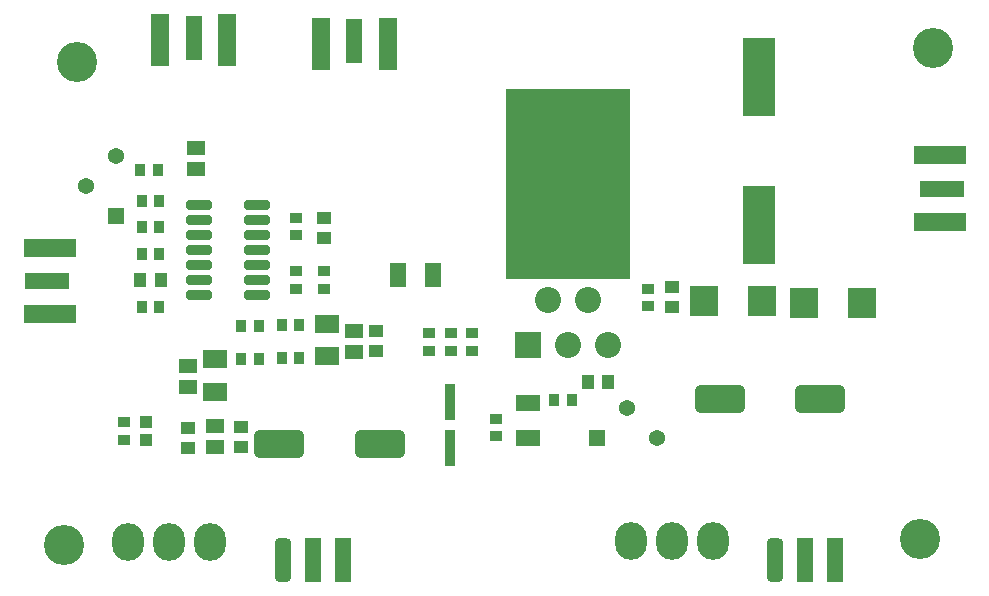
<source format=gts>
G04*
G04 #@! TF.GenerationSoftware,Altium Limited,Altium Designer,21.6.1 (37)*
G04*
G04 Layer_Color=8388736*
%FSLAX44Y44*%
%MOMM*%
G71*
G04*
G04 #@! TF.SameCoordinates,4932F9C6-11AC-4B27-AC6D-AAE507F42B56*
G04*
G04*
G04 #@! TF.FilePolarity,Negative*
G04*
G01*
G75*
G04:AMPARAMS|DCode=41|XSize=1.4mm|YSize=3.7mm|CornerRadius=0.4mm|HoleSize=0mm|Usage=FLASHONLY|Rotation=0.000|XOffset=0mm|YOffset=0mm|HoleType=Round|Shape=RoundedRectangle|*
%AMROUNDEDRECTD41*
21,1,1.4000,2.9000,0,0,0.0*
21,1,0.6000,3.7000,0,0,0.0*
1,1,0.8000,0.3000,-1.4500*
1,1,0.8000,-0.3000,-1.4500*
1,1,0.8000,-0.3000,1.4500*
1,1,0.8000,0.3000,1.4500*
%
%ADD41ROUNDEDRECTD41*%
%ADD42R,1.4000X3.7000*%
%ADD43R,1.5800X1.2500*%
G04:AMPARAMS|DCode=44|XSize=4.19mm|YSize=2.32mm|CornerRadius=0.365mm|HoleSize=0mm|Usage=FLASHONLY|Rotation=0.000|XOffset=0mm|YOffset=0mm|HoleType=Round|Shape=RoundedRectangle|*
%AMROUNDEDRECTD44*
21,1,4.1900,1.5900,0,0,0.0*
21,1,3.4600,2.3200,0,0,0.0*
1,1,0.7300,1.7300,-0.7950*
1,1,0.7300,-1.7300,-0.7950*
1,1,0.7300,-1.7300,0.7950*
1,1,0.7300,1.7300,0.7950*
%
%ADD44ROUNDEDRECTD44*%
%ADD45R,4.4000X1.5500*%
%ADD46R,3.8000X1.4700*%
%ADD47R,0.9620X3.0702*%
%ADD48R,2.7000X6.7000*%
%ADD49R,1.0000X1.2000*%
%ADD50R,1.1000X0.9000*%
%ADD51R,2.4000X2.5000*%
%ADD52R,10.6000X16.1900*%
%ADD53R,1.3500X2.0200*%
%ADD54R,0.9000X1.1000*%
%ADD55R,2.0200X1.3500*%
%ADD56R,1.2000X1.0000*%
%ADD57R,1.4700X3.8000*%
%ADD58R,1.5500X4.4000*%
G04:AMPARAMS|DCode=59|XSize=2.15mm|YSize=0.79mm|CornerRadius=0.1737mm|HoleSize=0mm|Usage=FLASHONLY|Rotation=0.000|XOffset=0mm|YOffset=0mm|HoleType=Round|Shape=RoundedRectangle|*
%AMROUNDEDRECTD59*
21,1,2.1500,0.4425,0,0,0.0*
21,1,1.8025,0.7900,0,0,0.0*
1,1,0.3475,0.9012,-0.2213*
1,1,0.3475,-0.9012,-0.2213*
1,1,0.3475,-0.9012,0.2213*
1,1,0.3475,0.9012,0.2213*
%
%ADD59ROUNDEDRECTD59*%
%ADD60R,2.0200X1.5800*%
%ADD61R,1.0000X1.0000*%
%ADD62C,3.4000*%
%ADD63O,2.7000X3.2000*%
%ADD64R,2.2100X2.2100*%
%ADD65C,2.2100*%
%ADD66C,5.0660*%
%ADD67R,1.3680X1.3680*%
%ADD68C,1.3680*%
%ADD69R,1.3680X1.3680*%
D41*
X739000Y-86000D02*
D03*
X322600D02*
D03*
D42*
X789800D02*
D03*
X764400D02*
D03*
X373400D02*
D03*
X348000D02*
D03*
D43*
X265000Y26880D02*
D03*
Y9120D02*
D03*
X242000Y60120D02*
D03*
Y77880D02*
D03*
X383000Y90120D02*
D03*
Y107880D02*
D03*
X249000Y262880D02*
D03*
Y245120D02*
D03*
D44*
X319600Y12000D02*
D03*
X404400D02*
D03*
X692600Y50000D02*
D03*
X777400D02*
D03*
D45*
X879000Y256500D02*
D03*
Y200000D02*
D03*
X125000Y178250D02*
D03*
Y121750D02*
D03*
D46*
X881000Y228250D02*
D03*
X123000Y150000D02*
D03*
D47*
X464000Y47812D02*
D03*
Y8188D02*
D03*
D48*
X726000Y197500D02*
D03*
Y322500D02*
D03*
D49*
X580500Y64000D02*
D03*
X597500D02*
D03*
X219000Y151000D02*
D03*
X202000D02*
D03*
D50*
X483000Y105500D02*
D03*
Y90500D02*
D03*
X446000Y105500D02*
D03*
Y90500D02*
D03*
X632000Y128500D02*
D03*
Y143500D02*
D03*
X465000Y90500D02*
D03*
Y105500D02*
D03*
X503000Y18500D02*
D03*
Y33500D02*
D03*
X334000Y188500D02*
D03*
Y203500D02*
D03*
Y143500D02*
D03*
Y158500D02*
D03*
X357000Y158500D02*
D03*
Y143500D02*
D03*
X188000Y15500D02*
D03*
Y30500D02*
D03*
D51*
X679500Y133000D02*
D03*
X728500D02*
D03*
X763500Y131000D02*
D03*
X812500D02*
D03*
D52*
X564000Y232000D02*
D03*
D53*
X449850Y155000D02*
D03*
X420150D02*
D03*
D54*
X552500Y49000D02*
D03*
X567500D02*
D03*
X201500Y244000D02*
D03*
X216500D02*
D03*
X218000Y128000D02*
D03*
X203000D02*
D03*
Y173000D02*
D03*
X218000D02*
D03*
X203000Y218000D02*
D03*
X218000D02*
D03*
X321500Y113000D02*
D03*
X336500D02*
D03*
X336500Y85000D02*
D03*
X321500D02*
D03*
X302500Y112000D02*
D03*
X287500D02*
D03*
X302500Y84000D02*
D03*
X287500D02*
D03*
X218000Y195500D02*
D03*
X203000D02*
D03*
D55*
X530000Y46850D02*
D03*
Y17150D02*
D03*
D56*
X652000Y144500D02*
D03*
Y127500D02*
D03*
X357000Y203500D02*
D03*
Y186500D02*
D03*
X287000Y9500D02*
D03*
Y26500D02*
D03*
X242000Y8500D02*
D03*
Y25500D02*
D03*
X401000Y107500D02*
D03*
Y90500D02*
D03*
D57*
X383000Y353000D02*
D03*
X247000Y356000D02*
D03*
D58*
X411250Y351000D02*
D03*
X354750D02*
D03*
X275250Y354000D02*
D03*
X218750D02*
D03*
D59*
X251200Y214100D02*
D03*
Y201400D02*
D03*
Y188700D02*
D03*
Y176000D02*
D03*
Y163300D02*
D03*
Y150600D02*
D03*
Y137900D02*
D03*
X300800D02*
D03*
Y150600D02*
D03*
Y163300D02*
D03*
Y176000D02*
D03*
Y188700D02*
D03*
Y201400D02*
D03*
Y214100D02*
D03*
D60*
X265000Y56310D02*
D03*
Y83690D02*
D03*
X360000Y86310D02*
D03*
Y113690D02*
D03*
D61*
X207000Y30500D02*
D03*
Y15500D02*
D03*
D62*
X873000Y347500D02*
D03*
X862000Y-68500D02*
D03*
X137000Y-73500D02*
D03*
X148000Y335000D02*
D03*
D63*
X261000Y-71000D02*
D03*
X226000D02*
D03*
X191000D02*
D03*
X617000Y-70000D02*
D03*
X652000D02*
D03*
X687000D02*
D03*
D64*
X530000Y96070D02*
D03*
D65*
X547000Y134070D02*
D03*
X564000Y96070D02*
D03*
X581000Y134070D02*
D03*
X598000Y96070D02*
D03*
D66*
X564000Y283070D02*
D03*
D67*
X588600Y17000D02*
D03*
D68*
X639400D02*
D03*
X614000Y42400D02*
D03*
X181400Y255400D02*
D03*
X156000Y230000D02*
D03*
D69*
X181400Y204600D02*
D03*
M02*

</source>
